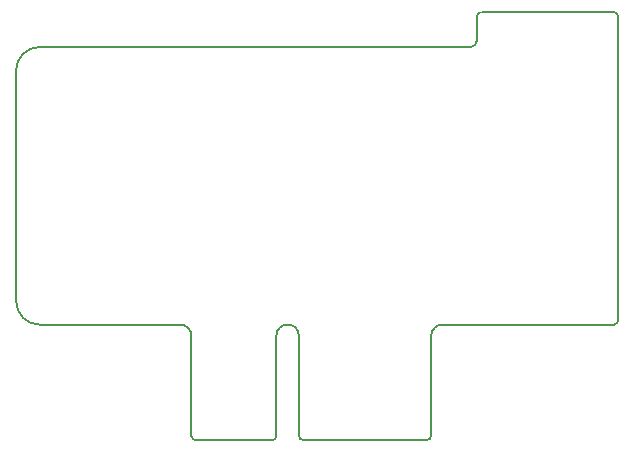
<source format=gbr>
G04 #@! TF.FileFunction,Profile,NP*
%FSLAX46Y46*%
G04 Gerber Fmt 4.6, Leading zero omitted, Abs format (unit mm)*
G04 Created by KiCad (PCBNEW 4.0.6-e0-6349~53~ubuntu14.04.1) date Thu Apr 27 12:47:03 2017*
%MOMM*%
%LPD*%
G01*
G04 APERTURE LIST*
%ADD10C,0.100000*%
%ADD11C,0.150000*%
G04 APERTURE END LIST*
D10*
D11*
X164500000Y-67000000D02*
X175500000Y-67000000D01*
X164500000Y-67000000D02*
G75*
G03X164000000Y-67500000I0J-500000D01*
G01*
X164000000Y-69500000D02*
X164000000Y-67500000D01*
X164000000Y-69500000D02*
G75*
G02X163500000Y-70000000I-500000J0D01*
G01*
X175500000Y-67000000D02*
G75*
G02X176000000Y-67500000I0J-500000D01*
G01*
X176000000Y-93100000D02*
G75*
G02X175600000Y-93500000I-400000J0D01*
G01*
X159750000Y-103300000D02*
G75*
G03X160150000Y-102900000I0J400000D01*
G01*
X149350000Y-103300000D02*
G75*
G02X148950000Y-102900000I0J400000D01*
G01*
X146650000Y-103300000D02*
G75*
G03X147050000Y-102900000I0J400000D01*
G01*
X140250000Y-103300000D02*
G75*
G02X139850000Y-102900000I0J400000D01*
G01*
X176000000Y-67500000D02*
X176000000Y-93100000D01*
X175600000Y-93500000D02*
X161100000Y-93500000D01*
X161100000Y-93500000D02*
G75*
G03X160150000Y-94450000I0J-950000D01*
G01*
X125000000Y-91500000D02*
X125000000Y-72000000D01*
X125000000Y-91500000D02*
G75*
G03X127000000Y-93500000I2000000J0D01*
G01*
X138900000Y-93500000D02*
X127000000Y-93500000D01*
X138900000Y-93500000D02*
G75*
G02X139850000Y-94450000I0J-950000D01*
G01*
X127000000Y-70000000D02*
G75*
G03X125000000Y-72000000I0J-2000000D01*
G01*
X163500000Y-70000000D02*
X127000000Y-70000000D01*
X160150000Y-102900000D02*
X160150000Y-94450000D01*
X149350000Y-103300000D02*
X159750000Y-103300000D01*
X139850000Y-102900000D02*
X139850000Y-94450000D01*
X146650000Y-103300000D02*
X140250000Y-103300000D01*
X148950000Y-94450000D02*
G75*
G03X147050000Y-94450000I-950000J0D01*
G01*
X148950000Y-94450000D02*
X148950000Y-102900000D01*
X147050000Y-94450000D02*
X147050000Y-102900000D01*
M02*

</source>
